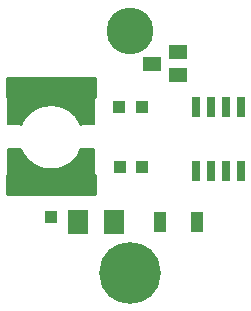
<source format=gts>
G75*
%MOIN*%
%OFA0B0*%
%FSLAX25Y25*%
%IPPOS*%
%LPD*%
%AMOC8*
5,1,8,0,0,1.08239X$1,22.5*
%
%ADD10C,0.01000*%
%ADD11R,0.05600X0.05600*%
%ADD12C,0.00500*%
%ADD13C,0.00160*%
%ADD14R,0.06112X0.04537*%
%ADD15R,0.04143X0.06899*%
%ADD16R,0.02765X0.06506*%
%ADD17R,0.06899X0.08080*%
%ADD18C,0.15600*%
%ADD19C,0.20600*%
%ADD20R,0.04362X0.04362*%
D10*
X0046125Y0039938D02*
X0046125Y0046187D01*
X0075188Y0046187D01*
X0075188Y0039938D01*
X0046125Y0039938D01*
X0046125Y0040442D02*
X0075188Y0040442D01*
X0075188Y0041440D02*
X0046125Y0041440D01*
X0046125Y0042439D02*
X0075188Y0042439D01*
X0075188Y0043437D02*
X0046125Y0043437D01*
X0046125Y0044436D02*
X0075188Y0044436D01*
X0075188Y0045434D02*
X0046125Y0045434D01*
X0046125Y0072438D02*
X0046125Y0078688D01*
X0075188Y0078688D01*
X0075188Y0072438D01*
X0046125Y0072438D01*
X0046125Y0073393D02*
X0075188Y0073393D01*
X0075188Y0074391D02*
X0046125Y0074391D01*
X0046125Y0075390D02*
X0075188Y0075390D01*
X0075188Y0076388D02*
X0046125Y0076388D01*
X0046125Y0077387D02*
X0075188Y0077387D01*
X0075188Y0078385D02*
X0046125Y0078385D01*
D11*
X0072311Y0070811D03*
X0072311Y0047189D03*
D12*
X0074870Y0047363D02*
X0046130Y0047363D01*
X0046130Y0046865D02*
X0074870Y0046865D01*
X0074870Y0046366D02*
X0046130Y0046366D01*
X0046130Y0045868D02*
X0074870Y0045868D01*
X0074870Y0045369D02*
X0046130Y0045369D01*
X0046130Y0044870D02*
X0074870Y0044870D01*
X0074870Y0044630D02*
X0074870Y0054866D01*
X0070343Y0054866D01*
X0070021Y0053583D01*
X0069493Y0052371D01*
X0068773Y0051261D01*
X0067881Y0050284D01*
X0066841Y0049467D01*
X0065681Y0048832D01*
X0064432Y0048396D01*
X0063129Y0048170D01*
X0061806Y0048162D01*
X0060500Y0048370D01*
X0059201Y0048209D01*
X0057894Y0048253D01*
X0056609Y0048501D01*
X0055379Y0048947D01*
X0054233Y0049580D01*
X0053201Y0050384D01*
X0052308Y0051340D01*
X0051574Y0052424D01*
X0051020Y0053609D01*
X0050657Y0054866D01*
X0046130Y0054866D01*
X0046130Y0044630D01*
X0074870Y0044630D01*
X0074870Y0047862D02*
X0046130Y0047862D01*
X0046130Y0048360D02*
X0057338Y0048360D01*
X0055622Y0048859D02*
X0046130Y0048859D01*
X0046130Y0049357D02*
X0054636Y0049357D01*
X0053879Y0049856D02*
X0046130Y0049856D01*
X0046130Y0050354D02*
X0053239Y0050354D01*
X0052763Y0050853D02*
X0046130Y0050853D01*
X0046130Y0051351D02*
X0052300Y0051351D01*
X0051963Y0051850D02*
X0046130Y0051850D01*
X0046130Y0052348D02*
X0051625Y0052348D01*
X0051376Y0052847D02*
X0046130Y0052847D01*
X0046130Y0053345D02*
X0051143Y0053345D01*
X0050952Y0053844D02*
X0046130Y0053844D01*
X0046130Y0054342D02*
X0050808Y0054342D01*
X0050665Y0054841D02*
X0046130Y0054841D01*
X0046130Y0063134D02*
X0046130Y0073370D01*
X0074870Y0073370D01*
X0074870Y0063134D01*
X0070343Y0063134D01*
X0069980Y0064391D01*
X0069426Y0065576D01*
X0068692Y0066660D01*
X0067799Y0067616D01*
X0066767Y0068420D01*
X0065621Y0069053D01*
X0064391Y0069499D01*
X0063106Y0069747D01*
X0061799Y0069791D01*
X0060500Y0069630D01*
X0059194Y0069838D01*
X0057871Y0069830D01*
X0056568Y0069604D01*
X0055319Y0069168D01*
X0054159Y0068533D01*
X0053119Y0067716D01*
X0052227Y0066739D01*
X0051507Y0065629D01*
X0050979Y0064417D01*
X0050657Y0063134D01*
X0046130Y0063134D01*
X0046130Y0063315D02*
X0050703Y0063315D01*
X0050828Y0063814D02*
X0046130Y0063814D01*
X0046130Y0064312D02*
X0050953Y0064312D01*
X0051151Y0064811D02*
X0046130Y0064811D01*
X0046130Y0065309D02*
X0051368Y0065309D01*
X0051623Y0065808D02*
X0046130Y0065808D01*
X0046130Y0066306D02*
X0051947Y0066306D01*
X0052287Y0066805D02*
X0046130Y0066805D01*
X0046130Y0067303D02*
X0052743Y0067303D01*
X0053229Y0067802D02*
X0046130Y0067802D01*
X0046130Y0068301D02*
X0053864Y0068301D01*
X0054646Y0068799D02*
X0046130Y0068799D01*
X0046130Y0069298D02*
X0055691Y0069298D01*
X0057677Y0069796D02*
X0046130Y0069796D01*
X0046130Y0070295D02*
X0074870Y0070295D01*
X0074870Y0070793D02*
X0046130Y0070793D01*
X0046130Y0071292D02*
X0074870Y0071292D01*
X0074870Y0071790D02*
X0046130Y0071790D01*
X0046130Y0072289D02*
X0074870Y0072289D01*
X0074870Y0072787D02*
X0046130Y0072787D01*
X0046130Y0073286D02*
X0074870Y0073286D01*
X0074870Y0069796D02*
X0059459Y0069796D01*
X0064947Y0069298D02*
X0074870Y0069298D01*
X0074870Y0068799D02*
X0066081Y0068799D01*
X0066920Y0068301D02*
X0074870Y0068301D01*
X0074870Y0067802D02*
X0067560Y0067802D01*
X0068091Y0067303D02*
X0074870Y0067303D01*
X0074870Y0066805D02*
X0068557Y0066805D01*
X0068932Y0066306D02*
X0074870Y0066306D01*
X0074870Y0065808D02*
X0069269Y0065808D01*
X0069551Y0065309D02*
X0074870Y0065309D01*
X0074870Y0064811D02*
X0069784Y0064811D01*
X0070003Y0064312D02*
X0074870Y0064312D01*
X0074870Y0063814D02*
X0070147Y0063814D01*
X0070290Y0063315D02*
X0074870Y0063315D01*
X0074870Y0054841D02*
X0070336Y0054841D01*
X0070211Y0054342D02*
X0074870Y0054342D01*
X0074870Y0053844D02*
X0070086Y0053844D01*
X0069917Y0053345D02*
X0074870Y0053345D01*
X0074870Y0052847D02*
X0069700Y0052847D01*
X0069478Y0052348D02*
X0074870Y0052348D01*
X0074870Y0051850D02*
X0069155Y0051850D01*
X0068831Y0051351D02*
X0074870Y0051351D01*
X0074870Y0050853D02*
X0068400Y0050853D01*
X0067944Y0050354D02*
X0074870Y0050354D01*
X0074870Y0049856D02*
X0067335Y0049856D01*
X0066639Y0049357D02*
X0074870Y0049357D01*
X0074870Y0048859D02*
X0065729Y0048859D01*
X0064225Y0048360D02*
X0074870Y0048360D01*
X0060563Y0048360D02*
X0060419Y0048360D01*
D13*
X0071604Y0063643D02*
X0070277Y0063085D01*
X0070172Y0063323D01*
X0070060Y0063558D01*
X0069944Y0063790D01*
X0069821Y0064019D01*
X0069693Y0064245D01*
X0069559Y0064468D01*
X0069420Y0064688D01*
X0069276Y0064904D01*
X0069126Y0065117D01*
X0068972Y0065326D01*
X0068812Y0065531D01*
X0068647Y0065732D01*
X0068478Y0065929D01*
X0068304Y0066122D01*
X0068125Y0066310D01*
X0067941Y0066494D01*
X0067753Y0066674D01*
X0067561Y0066849D01*
X0067364Y0067019D01*
X0067164Y0067184D01*
X0066959Y0067345D01*
X0066751Y0067500D01*
X0066539Y0067650D01*
X0066323Y0067796D01*
X0066104Y0067935D01*
X0065882Y0068070D01*
X0065656Y0068198D01*
X0065427Y0068322D01*
X0065195Y0068440D01*
X0064961Y0068552D01*
X0064724Y0068658D01*
X0064484Y0068758D01*
X0064242Y0068853D01*
X0063997Y0068942D01*
X0063751Y0069024D01*
X0063503Y0069101D01*
X0063252Y0069171D01*
X0063001Y0069236D01*
X0062747Y0069294D01*
X0062493Y0069346D01*
X0062237Y0069392D01*
X0061980Y0069432D01*
X0061722Y0069465D01*
X0061463Y0069492D01*
X0061204Y0069513D01*
X0060945Y0069527D01*
X0060685Y0069535D01*
X0060425Y0069537D01*
X0060165Y0069532D01*
X0059906Y0069521D01*
X0059646Y0069504D01*
X0059387Y0069480D01*
X0059129Y0069450D01*
X0058872Y0069414D01*
X0058615Y0069372D01*
X0058360Y0069323D01*
X0058106Y0069268D01*
X0057853Y0069207D01*
X0057602Y0069140D01*
X0057353Y0069066D01*
X0057105Y0068987D01*
X0056860Y0068901D01*
X0056617Y0068810D01*
X0056375Y0068713D01*
X0056137Y0068610D01*
X0055901Y0068501D01*
X0055668Y0068386D01*
X0055437Y0068266D01*
X0055210Y0068140D01*
X0054986Y0068008D01*
X0054765Y0067872D01*
X0054547Y0067729D01*
X0054333Y0067582D01*
X0054123Y0067429D01*
X0053916Y0067272D01*
X0053713Y0067109D01*
X0053515Y0066941D01*
X0053320Y0066769D01*
X0053130Y0066592D01*
X0052944Y0066410D01*
X0052762Y0066224D01*
X0052586Y0066033D01*
X0052413Y0065839D01*
X0052246Y0065640D01*
X0052084Y0065437D01*
X0051926Y0065230D01*
X0051774Y0065019D01*
X0051627Y0064805D01*
X0051485Y0064587D01*
X0051349Y0064366D01*
X0051217Y0064142D01*
X0051092Y0063914D01*
X0050972Y0063683D01*
X0050858Y0063450D01*
X0050749Y0063214D01*
X0050646Y0062975D01*
X0049313Y0063518D01*
X0049429Y0063790D01*
X0049552Y0064058D01*
X0049682Y0064323D01*
X0049818Y0064585D01*
X0049960Y0064844D01*
X0050109Y0065099D01*
X0050264Y0065351D01*
X0050425Y0065598D01*
X0050592Y0065842D01*
X0050765Y0066081D01*
X0050943Y0066316D01*
X0051128Y0066547D01*
X0051318Y0066773D01*
X0051513Y0066994D01*
X0051714Y0067211D01*
X0051920Y0067422D01*
X0052131Y0067629D01*
X0052347Y0067830D01*
X0052568Y0068026D01*
X0052793Y0068217D01*
X0053023Y0068402D01*
X0053258Y0068581D01*
X0053497Y0068754D01*
X0053740Y0068922D01*
X0053987Y0069084D01*
X0054238Y0069239D01*
X0054493Y0069389D01*
X0054751Y0069532D01*
X0055013Y0069669D01*
X0055278Y0069799D01*
X0055546Y0069923D01*
X0055817Y0070040D01*
X0056091Y0070151D01*
X0056367Y0070255D01*
X0056646Y0070352D01*
X0056927Y0070442D01*
X0057210Y0070525D01*
X0057495Y0070602D01*
X0057782Y0070671D01*
X0058071Y0070734D01*
X0058361Y0070789D01*
X0058652Y0070837D01*
X0058945Y0070879D01*
X0059238Y0070913D01*
X0059532Y0070939D01*
X0059827Y0070959D01*
X0060122Y0070972D01*
X0060417Y0070977D01*
X0060712Y0070975D01*
X0061007Y0070966D01*
X0061302Y0070949D01*
X0061597Y0070926D01*
X0061890Y0070895D01*
X0062183Y0070857D01*
X0062475Y0070812D01*
X0062766Y0070760D01*
X0063055Y0070701D01*
X0063343Y0070635D01*
X0063629Y0070561D01*
X0063913Y0070481D01*
X0064195Y0070394D01*
X0064475Y0070300D01*
X0064752Y0070199D01*
X0065027Y0070092D01*
X0065300Y0069978D01*
X0065569Y0069857D01*
X0065836Y0069729D01*
X0066099Y0069596D01*
X0066359Y0069455D01*
X0066615Y0069309D01*
X0066868Y0069156D01*
X0067117Y0068997D01*
X0067362Y0068832D01*
X0067602Y0068662D01*
X0067839Y0068485D01*
X0068071Y0068303D01*
X0068299Y0068115D01*
X0068522Y0067921D01*
X0068740Y0067722D01*
X0068954Y0067518D01*
X0069162Y0067309D01*
X0069365Y0067095D01*
X0069563Y0066875D01*
X0069755Y0066651D01*
X0069942Y0066423D01*
X0070124Y0066190D01*
X0070299Y0065952D01*
X0070469Y0065711D01*
X0070633Y0065465D01*
X0070790Y0065215D01*
X0070942Y0064962D01*
X0071087Y0064705D01*
X0071226Y0064444D01*
X0071359Y0064181D01*
X0071485Y0063914D01*
X0071605Y0063644D01*
X0071465Y0063585D01*
X0071347Y0063852D01*
X0071223Y0064115D01*
X0071092Y0064376D01*
X0070954Y0064633D01*
X0070811Y0064887D01*
X0070661Y0065137D01*
X0070506Y0065384D01*
X0070344Y0065626D01*
X0070176Y0065865D01*
X0070003Y0066099D01*
X0069824Y0066329D01*
X0069639Y0066555D01*
X0069449Y0066776D01*
X0069254Y0066993D01*
X0069053Y0067204D01*
X0068848Y0067411D01*
X0068637Y0067612D01*
X0068421Y0067809D01*
X0068201Y0068000D01*
X0067976Y0068185D01*
X0067747Y0068365D01*
X0067513Y0068540D01*
X0067275Y0068708D01*
X0067033Y0068871D01*
X0066788Y0069028D01*
X0066538Y0069179D01*
X0066285Y0069324D01*
X0066028Y0069462D01*
X0065768Y0069594D01*
X0065505Y0069720D01*
X0065239Y0069839D01*
X0064970Y0069952D01*
X0064699Y0070058D01*
X0064425Y0070158D01*
X0064148Y0070250D01*
X0063870Y0070336D01*
X0063589Y0070416D01*
X0063307Y0070488D01*
X0063023Y0070553D01*
X0062737Y0070612D01*
X0062450Y0070663D01*
X0062162Y0070708D01*
X0061873Y0070745D01*
X0061583Y0070775D01*
X0061292Y0070799D01*
X0061001Y0070815D01*
X0060709Y0070824D01*
X0060418Y0070826D01*
X0060126Y0070821D01*
X0059835Y0070808D01*
X0059544Y0070789D01*
X0059254Y0070762D01*
X0058964Y0070729D01*
X0058675Y0070688D01*
X0058388Y0070640D01*
X0058101Y0070586D01*
X0057816Y0070524D01*
X0057533Y0070456D01*
X0057251Y0070380D01*
X0056972Y0070298D01*
X0056694Y0070209D01*
X0056419Y0070113D01*
X0056146Y0070010D01*
X0055875Y0069901D01*
X0055608Y0069785D01*
X0055343Y0069663D01*
X0055082Y0069534D01*
X0054823Y0069399D01*
X0054568Y0069258D01*
X0054317Y0069110D01*
X0054069Y0068957D01*
X0053825Y0068797D01*
X0053585Y0068632D01*
X0053349Y0068460D01*
X0053117Y0068283D01*
X0052890Y0068101D01*
X0052667Y0067912D01*
X0052449Y0067719D01*
X0052236Y0067520D01*
X0052027Y0067316D01*
X0051824Y0067107D01*
X0051626Y0066894D01*
X0051433Y0066675D01*
X0051245Y0066452D01*
X0051063Y0066224D01*
X0050887Y0065992D01*
X0050716Y0065755D01*
X0050551Y0065515D01*
X0050392Y0065271D01*
X0050239Y0065022D01*
X0050092Y0064770D01*
X0049952Y0064515D01*
X0049817Y0064256D01*
X0049689Y0063994D01*
X0049568Y0063729D01*
X0049452Y0063461D01*
X0049592Y0063404D01*
X0049706Y0063669D01*
X0049826Y0063931D01*
X0049952Y0064189D01*
X0050085Y0064445D01*
X0050224Y0064697D01*
X0050369Y0064945D01*
X0050520Y0065190D01*
X0050677Y0065432D01*
X0050840Y0065669D01*
X0051008Y0065903D01*
X0051183Y0066132D01*
X0051362Y0066357D01*
X0051548Y0066577D01*
X0051738Y0066793D01*
X0051934Y0067004D01*
X0052135Y0067210D01*
X0052340Y0067411D01*
X0052551Y0067608D01*
X0052766Y0067799D01*
X0052986Y0067984D01*
X0053211Y0068165D01*
X0053439Y0068339D01*
X0053672Y0068509D01*
X0053909Y0068672D01*
X0054150Y0068830D01*
X0054395Y0068981D01*
X0054643Y0069127D01*
X0054895Y0069266D01*
X0055150Y0069400D01*
X0055408Y0069527D01*
X0055670Y0069647D01*
X0055934Y0069762D01*
X0056201Y0069869D01*
X0056470Y0069971D01*
X0056742Y0070065D01*
X0057016Y0070153D01*
X0057292Y0070235D01*
X0057571Y0070309D01*
X0057850Y0070377D01*
X0058132Y0070438D01*
X0058414Y0070492D01*
X0058698Y0070539D01*
X0058983Y0070579D01*
X0059269Y0070612D01*
X0059556Y0070638D01*
X0059843Y0070658D01*
X0060131Y0070670D01*
X0060419Y0070675D01*
X0060707Y0070673D01*
X0060994Y0070664D01*
X0061282Y0070648D01*
X0061569Y0070625D01*
X0061855Y0070595D01*
X0062140Y0070558D01*
X0062425Y0070514D01*
X0062708Y0070464D01*
X0062990Y0070406D01*
X0063271Y0070341D01*
X0063550Y0070270D01*
X0063827Y0070192D01*
X0064102Y0070107D01*
X0064375Y0070015D01*
X0064645Y0069917D01*
X0064913Y0069812D01*
X0065179Y0069701D01*
X0065442Y0069583D01*
X0065701Y0069459D01*
X0065958Y0069328D01*
X0066211Y0069192D01*
X0066461Y0069049D01*
X0066708Y0068900D01*
X0066950Y0068745D01*
X0067189Y0068585D01*
X0067424Y0068418D01*
X0067655Y0068246D01*
X0067881Y0068068D01*
X0068103Y0067885D01*
X0068321Y0067696D01*
X0068533Y0067502D01*
X0068741Y0067303D01*
X0068944Y0067099D01*
X0069143Y0066891D01*
X0069335Y0066677D01*
X0069523Y0066459D01*
X0069705Y0066236D01*
X0069882Y0066009D01*
X0070053Y0065777D01*
X0070219Y0065542D01*
X0070378Y0065302D01*
X0070532Y0065059D01*
X0070680Y0064812D01*
X0070822Y0064561D01*
X0070957Y0064307D01*
X0071087Y0064050D01*
X0071210Y0063790D01*
X0071326Y0063527D01*
X0071187Y0063468D01*
X0071072Y0063728D01*
X0070950Y0063985D01*
X0070823Y0064239D01*
X0070689Y0064489D01*
X0070549Y0064737D01*
X0070403Y0064980D01*
X0070251Y0065221D01*
X0070094Y0065457D01*
X0069930Y0065690D01*
X0069761Y0065918D01*
X0069587Y0066142D01*
X0069407Y0066362D01*
X0069222Y0066578D01*
X0069031Y0066789D01*
X0068836Y0066995D01*
X0068635Y0067196D01*
X0068430Y0067392D01*
X0068220Y0067584D01*
X0068005Y0067770D01*
X0067786Y0067951D01*
X0067562Y0068126D01*
X0067335Y0068296D01*
X0067103Y0068461D01*
X0066867Y0068619D01*
X0066627Y0068772D01*
X0066384Y0068919D01*
X0066138Y0069060D01*
X0065887Y0069195D01*
X0065634Y0069324D01*
X0065378Y0069446D01*
X0065118Y0069562D01*
X0064856Y0069672D01*
X0064592Y0069776D01*
X0064325Y0069873D01*
X0064055Y0069963D01*
X0063784Y0070047D01*
X0063510Y0070124D01*
X0063235Y0070195D01*
X0062958Y0070258D01*
X0062680Y0070315D01*
X0062400Y0070365D01*
X0062119Y0070409D01*
X0061837Y0070445D01*
X0061555Y0070475D01*
X0061271Y0070497D01*
X0060988Y0070513D01*
X0060704Y0070522D01*
X0060420Y0070524D01*
X0060135Y0070519D01*
X0059852Y0070507D01*
X0059568Y0070488D01*
X0059285Y0070462D01*
X0059003Y0070429D01*
X0058721Y0070390D01*
X0058441Y0070343D01*
X0058162Y0070290D01*
X0057884Y0070230D01*
X0057608Y0070163D01*
X0057334Y0070089D01*
X0057061Y0070009D01*
X0056790Y0069922D01*
X0056522Y0069829D01*
X0056256Y0069729D01*
X0055993Y0069622D01*
X0055732Y0069510D01*
X0055474Y0069391D01*
X0055219Y0069265D01*
X0054967Y0069134D01*
X0054718Y0068996D01*
X0054473Y0068852D01*
X0054232Y0068702D01*
X0053994Y0068547D01*
X0053760Y0068386D01*
X0053530Y0068219D01*
X0053304Y0068046D01*
X0053083Y0067868D01*
X0052866Y0067685D01*
X0052653Y0067496D01*
X0052445Y0067303D01*
X0052242Y0067104D01*
X0052044Y0066900D01*
X0051850Y0066692D01*
X0051662Y0066479D01*
X0051480Y0066261D01*
X0051302Y0066040D01*
X0051130Y0065813D01*
X0050964Y0065583D01*
X0050803Y0065349D01*
X0050648Y0065110D01*
X0050499Y0064869D01*
X0050356Y0064623D01*
X0050219Y0064374D01*
X0050088Y0064122D01*
X0049963Y0063867D01*
X0049844Y0063609D01*
X0049732Y0063347D01*
X0049872Y0063290D01*
X0049983Y0063548D01*
X0050100Y0063803D01*
X0050223Y0064055D01*
X0050352Y0064304D01*
X0050488Y0064549D01*
X0050629Y0064792D01*
X0050776Y0065030D01*
X0050929Y0065265D01*
X0051088Y0065497D01*
X0051252Y0065724D01*
X0051422Y0065947D01*
X0051597Y0066166D01*
X0051777Y0066381D01*
X0051963Y0066591D01*
X0052154Y0066797D01*
X0052349Y0066998D01*
X0052550Y0067194D01*
X0052755Y0067385D01*
X0052965Y0067571D01*
X0053179Y0067752D01*
X0053398Y0067928D01*
X0053621Y0068098D01*
X0053848Y0068263D01*
X0054079Y0068422D01*
X0054313Y0068575D01*
X0054552Y0068723D01*
X0054794Y0068865D01*
X0055039Y0069001D01*
X0055288Y0069131D01*
X0055539Y0069254D01*
X0055794Y0069372D01*
X0056051Y0069483D01*
X0056311Y0069588D01*
X0056574Y0069687D01*
X0056839Y0069779D01*
X0057106Y0069865D01*
X0057375Y0069944D01*
X0057646Y0070017D01*
X0057918Y0070083D01*
X0058192Y0070142D01*
X0058468Y0070195D01*
X0058744Y0070240D01*
X0059022Y0070280D01*
X0059301Y0070312D01*
X0059580Y0070337D01*
X0059860Y0070356D01*
X0060140Y0070368D01*
X0060420Y0070373D01*
X0060701Y0070371D01*
X0060981Y0070362D01*
X0061261Y0070347D01*
X0061541Y0070324D01*
X0061820Y0070295D01*
X0062098Y0070259D01*
X0062375Y0070217D01*
X0062651Y0070167D01*
X0062926Y0070111D01*
X0063199Y0070048D01*
X0063471Y0069978D01*
X0063741Y0069902D01*
X0064009Y0069819D01*
X0064275Y0069730D01*
X0064538Y0069635D01*
X0064799Y0069532D01*
X0065058Y0069424D01*
X0065314Y0069309D01*
X0065567Y0069188D01*
X0065817Y0069061D01*
X0066064Y0068928D01*
X0066307Y0068789D01*
X0066547Y0068644D01*
X0066784Y0068493D01*
X0067017Y0068337D01*
X0067245Y0068174D01*
X0067470Y0068007D01*
X0067691Y0067834D01*
X0067907Y0067655D01*
X0068119Y0067471D01*
X0068326Y0067283D01*
X0068529Y0067089D01*
X0068727Y0066890D01*
X0068920Y0066687D01*
X0069108Y0066478D01*
X0069291Y0066266D01*
X0069468Y0066049D01*
X0069641Y0065827D01*
X0069807Y0065602D01*
X0069969Y0065372D01*
X0070124Y0065139D01*
X0070274Y0064902D01*
X0070418Y0064661D01*
X0070556Y0064417D01*
X0070688Y0064170D01*
X0070814Y0063919D01*
X0070934Y0063666D01*
X0071048Y0063409D01*
X0070909Y0063351D01*
X0070796Y0063604D01*
X0070678Y0063854D01*
X0070554Y0064101D01*
X0070423Y0064345D01*
X0070287Y0064586D01*
X0070145Y0064824D01*
X0069997Y0065058D01*
X0069843Y0065288D01*
X0069684Y0065514D01*
X0069520Y0065737D01*
X0069350Y0065955D01*
X0069174Y0066169D01*
X0068994Y0066379D01*
X0068809Y0066585D01*
X0068618Y0066785D01*
X0068423Y0066981D01*
X0068223Y0067173D01*
X0068018Y0067359D01*
X0067809Y0067540D01*
X0067596Y0067716D01*
X0067378Y0067887D01*
X0067156Y0068053D01*
X0066930Y0068213D01*
X0066701Y0068367D01*
X0066467Y0068516D01*
X0066230Y0068659D01*
X0065990Y0068796D01*
X0065747Y0068928D01*
X0065500Y0069053D01*
X0065250Y0069172D01*
X0064998Y0069286D01*
X0064742Y0069393D01*
X0064485Y0069493D01*
X0064225Y0069588D01*
X0063962Y0069676D01*
X0063698Y0069757D01*
X0063431Y0069833D01*
X0063163Y0069901D01*
X0062894Y0069963D01*
X0062622Y0070019D01*
X0062350Y0070068D01*
X0062077Y0070110D01*
X0061802Y0070145D01*
X0061527Y0070174D01*
X0061251Y0070196D01*
X0060975Y0070211D01*
X0060698Y0070220D01*
X0060421Y0070222D01*
X0060145Y0070217D01*
X0059868Y0070205D01*
X0059592Y0070187D01*
X0059316Y0070162D01*
X0059041Y0070130D01*
X0058767Y0070091D01*
X0058494Y0070046D01*
X0058223Y0069994D01*
X0057952Y0069936D01*
X0057683Y0069870D01*
X0057416Y0069799D01*
X0057150Y0069721D01*
X0056887Y0069636D01*
X0056625Y0069545D01*
X0056366Y0069448D01*
X0056110Y0069344D01*
X0055856Y0069234D01*
X0055605Y0069118D01*
X0055356Y0068996D01*
X0055111Y0068868D01*
X0054869Y0068734D01*
X0054630Y0068594D01*
X0054395Y0068448D01*
X0054163Y0068297D01*
X0053935Y0068140D01*
X0053711Y0067977D01*
X0053491Y0067809D01*
X0053276Y0067636D01*
X0053064Y0067457D01*
X0052857Y0067274D01*
X0052655Y0067085D01*
X0052457Y0066892D01*
X0052264Y0066693D01*
X0052075Y0066491D01*
X0051892Y0066283D01*
X0051714Y0066071D01*
X0051541Y0065855D01*
X0051374Y0065635D01*
X0051212Y0065410D01*
X0051055Y0065182D01*
X0050904Y0064950D01*
X0050759Y0064715D01*
X0050619Y0064476D01*
X0050486Y0064233D01*
X0050358Y0063988D01*
X0050237Y0063739D01*
X0050121Y0063488D01*
X0050012Y0063234D01*
X0050152Y0063177D01*
X0050260Y0063427D01*
X0050374Y0063675D01*
X0050494Y0063921D01*
X0050619Y0064163D01*
X0050751Y0064402D01*
X0050889Y0064638D01*
X0051032Y0064870D01*
X0051181Y0065099D01*
X0051336Y0065324D01*
X0051496Y0065546D01*
X0051661Y0065763D01*
X0051831Y0065976D01*
X0052007Y0066185D01*
X0052188Y0066390D01*
X0052374Y0066590D01*
X0052564Y0066786D01*
X0052759Y0066976D01*
X0052959Y0067162D01*
X0053163Y0067344D01*
X0053372Y0067520D01*
X0053585Y0067691D01*
X0053802Y0067856D01*
X0054023Y0068017D01*
X0054248Y0068172D01*
X0054476Y0068321D01*
X0054708Y0068465D01*
X0054944Y0068603D01*
X0055183Y0068735D01*
X0055425Y0068862D01*
X0055670Y0068982D01*
X0055918Y0069097D01*
X0056168Y0069205D01*
X0056422Y0069307D01*
X0056677Y0069403D01*
X0056935Y0069493D01*
X0057195Y0069576D01*
X0057457Y0069654D01*
X0057721Y0069724D01*
X0057986Y0069788D01*
X0058253Y0069846D01*
X0058521Y0069897D01*
X0058790Y0069942D01*
X0059061Y0069980D01*
X0059332Y0070011D01*
X0059604Y0070036D01*
X0059876Y0070054D01*
X0060149Y0070066D01*
X0060422Y0070071D01*
X0060695Y0070069D01*
X0060968Y0070061D01*
X0061241Y0070045D01*
X0061513Y0070024D01*
X0061784Y0069995D01*
X0062055Y0069960D01*
X0062325Y0069919D01*
X0062594Y0069871D01*
X0062861Y0069816D01*
X0063127Y0069755D01*
X0063392Y0069687D01*
X0063655Y0069613D01*
X0063916Y0069532D01*
X0064174Y0069445D01*
X0064431Y0069352D01*
X0064685Y0069253D01*
X0064937Y0069147D01*
X0065186Y0069036D01*
X0065433Y0068918D01*
X0065676Y0068794D01*
X0065916Y0068665D01*
X0066154Y0068529D01*
X0066387Y0068388D01*
X0066617Y0068241D01*
X0066844Y0068089D01*
X0067067Y0067931D01*
X0067286Y0067768D01*
X0067500Y0067599D01*
X0067711Y0067425D01*
X0067917Y0067247D01*
X0068119Y0067063D01*
X0068317Y0066874D01*
X0068509Y0066681D01*
X0068697Y0066482D01*
X0068880Y0066280D01*
X0069058Y0066073D01*
X0069231Y0065862D01*
X0069399Y0065646D01*
X0069561Y0065427D01*
X0069718Y0065203D01*
X0069870Y0064976D01*
X0070016Y0064745D01*
X0070156Y0064511D01*
X0070291Y0064273D01*
X0070419Y0064033D01*
X0070542Y0063789D01*
X0070659Y0063542D01*
X0070769Y0063292D01*
X0070630Y0063234D01*
X0070521Y0063480D01*
X0070406Y0063723D01*
X0070285Y0063964D01*
X0070158Y0064202D01*
X0070025Y0064436D01*
X0069887Y0064667D01*
X0069743Y0064895D01*
X0069593Y0065119D01*
X0069438Y0065339D01*
X0069278Y0065556D01*
X0069113Y0065768D01*
X0068942Y0065976D01*
X0068766Y0066181D01*
X0068586Y0066380D01*
X0068401Y0066576D01*
X0068210Y0066767D01*
X0068016Y0066953D01*
X0067817Y0067134D01*
X0067613Y0067310D01*
X0067405Y0067482D01*
X0067193Y0067648D01*
X0066977Y0067809D01*
X0066758Y0067965D01*
X0066534Y0068115D01*
X0066307Y0068260D01*
X0066077Y0068399D01*
X0065843Y0068533D01*
X0065606Y0068661D01*
X0065366Y0068783D01*
X0065123Y0068899D01*
X0064877Y0069009D01*
X0064628Y0069113D01*
X0064378Y0069211D01*
X0064124Y0069303D01*
X0063869Y0069389D01*
X0063612Y0069468D01*
X0063352Y0069541D01*
X0063092Y0069608D01*
X0062829Y0069668D01*
X0062565Y0069722D01*
X0062300Y0069770D01*
X0062034Y0069811D01*
X0061767Y0069845D01*
X0061499Y0069873D01*
X0061230Y0069895D01*
X0060962Y0069910D01*
X0060692Y0069918D01*
X0060423Y0069920D01*
X0060154Y0069915D01*
X0059885Y0069904D01*
X0059616Y0069886D01*
X0059348Y0069861D01*
X0059080Y0069830D01*
X0058813Y0069793D01*
X0058548Y0069749D01*
X0058283Y0069698D01*
X0058020Y0069641D01*
X0057758Y0069578D01*
X0057498Y0069508D01*
X0057240Y0069432D01*
X0056983Y0069350D01*
X0056729Y0069261D01*
X0056477Y0069167D01*
X0056227Y0069066D01*
X0055980Y0068959D01*
X0055735Y0068846D01*
X0055493Y0068727D01*
X0055255Y0068602D01*
X0055019Y0068472D01*
X0054787Y0068336D01*
X0054558Y0068194D01*
X0054332Y0068047D01*
X0054111Y0067894D01*
X0053893Y0067736D01*
X0053679Y0067572D01*
X0053469Y0067404D01*
X0053263Y0067230D01*
X0053061Y0067051D01*
X0052864Y0066868D01*
X0052671Y0066679D01*
X0052484Y0066486D01*
X0052300Y0066289D01*
X0052122Y0066087D01*
X0051949Y0065881D01*
X0051780Y0065671D01*
X0051617Y0065456D01*
X0051460Y0065238D01*
X0051307Y0065016D01*
X0051160Y0064790D01*
X0051019Y0064561D01*
X0050883Y0064328D01*
X0050753Y0064093D01*
X0050629Y0063854D01*
X0050510Y0063612D01*
X0050398Y0063367D01*
X0050291Y0063120D01*
X0050431Y0063063D01*
X0050536Y0063307D01*
X0050647Y0063548D01*
X0050764Y0063786D01*
X0050887Y0064022D01*
X0051015Y0064255D01*
X0051149Y0064484D01*
X0051288Y0064710D01*
X0051433Y0064933D01*
X0051584Y0065152D01*
X0051739Y0065367D01*
X0051900Y0065578D01*
X0052066Y0065786D01*
X0052237Y0065989D01*
X0052413Y0066188D01*
X0052593Y0066383D01*
X0052779Y0066573D01*
X0052969Y0066759D01*
X0053163Y0066940D01*
X0053362Y0067116D01*
X0053565Y0067287D01*
X0053772Y0067454D01*
X0053983Y0067615D01*
X0054198Y0067771D01*
X0054417Y0067922D01*
X0054639Y0068067D01*
X0054865Y0068207D01*
X0055094Y0068341D01*
X0055327Y0068470D01*
X0055562Y0068593D01*
X0055801Y0068710D01*
X0056042Y0068821D01*
X0056285Y0068927D01*
X0056532Y0069026D01*
X0056780Y0069119D01*
X0057031Y0069207D01*
X0057284Y0069288D01*
X0057539Y0069363D01*
X0057796Y0069432D01*
X0058054Y0069494D01*
X0058313Y0069550D01*
X0058574Y0069600D01*
X0058836Y0069643D01*
X0059099Y0069680D01*
X0059363Y0069711D01*
X0059628Y0069735D01*
X0059893Y0069753D01*
X0060158Y0069764D01*
X0060424Y0069769D01*
X0060689Y0069767D01*
X0060955Y0069759D01*
X0061220Y0069744D01*
X0061485Y0069723D01*
X0061749Y0069695D01*
X0062013Y0069661D01*
X0062275Y0069621D01*
X0062537Y0069574D01*
X0062797Y0069521D01*
X0063056Y0069461D01*
X0063313Y0069395D01*
X0063569Y0069323D01*
X0063822Y0069245D01*
X0064074Y0069160D01*
X0064324Y0069070D01*
X0064571Y0068973D01*
X0064816Y0068870D01*
X0065059Y0068762D01*
X0065298Y0068647D01*
X0065535Y0068527D01*
X0065769Y0068401D01*
X0066000Y0068269D01*
X0066227Y0068132D01*
X0066451Y0067989D01*
X0066671Y0067841D01*
X0066888Y0067687D01*
X0067101Y0067529D01*
X0067310Y0067365D01*
X0067515Y0067196D01*
X0067716Y0067022D01*
X0067912Y0066843D01*
X0068104Y0066659D01*
X0068292Y0066471D01*
X0068475Y0066278D01*
X0068653Y0066081D01*
X0068826Y0065880D01*
X0068994Y0065674D01*
X0069157Y0065465D01*
X0069315Y0065251D01*
X0069468Y0065034D01*
X0069616Y0064813D01*
X0069758Y0064589D01*
X0069894Y0064361D01*
X0070025Y0064130D01*
X0070150Y0063895D01*
X0070270Y0063658D01*
X0070383Y0063418D01*
X0070491Y0063175D01*
X0070352Y0063117D01*
X0070246Y0063356D01*
X0070134Y0063593D01*
X0070016Y0063827D01*
X0069892Y0064058D01*
X0069763Y0064286D01*
X0069629Y0064510D01*
X0069488Y0064732D01*
X0069343Y0064950D01*
X0069192Y0065164D01*
X0069037Y0065374D01*
X0068876Y0065581D01*
X0068710Y0065784D01*
X0068539Y0065982D01*
X0068363Y0066176D01*
X0068183Y0066366D01*
X0067998Y0066552D01*
X0067809Y0066733D01*
X0067615Y0066909D01*
X0067417Y0067081D01*
X0067215Y0067247D01*
X0067009Y0067409D01*
X0066799Y0067566D01*
X0066585Y0067717D01*
X0066368Y0067863D01*
X0066147Y0068004D01*
X0065923Y0068139D01*
X0065695Y0068269D01*
X0065465Y0068393D01*
X0065231Y0068512D01*
X0064995Y0068625D01*
X0064756Y0068732D01*
X0064514Y0068833D01*
X0064270Y0068929D01*
X0064024Y0069018D01*
X0063776Y0069101D01*
X0063526Y0069179D01*
X0063274Y0069250D01*
X0063020Y0069315D01*
X0062765Y0069373D01*
X0062508Y0069426D01*
X0062250Y0069472D01*
X0061991Y0069512D01*
X0061731Y0069545D01*
X0061471Y0069573D01*
X0061210Y0069594D01*
X0060948Y0069608D01*
X0060687Y0069616D01*
X0060425Y0069618D01*
X0060163Y0069613D01*
X0059901Y0069602D01*
X0059640Y0069585D01*
X0059379Y0069561D01*
X0059119Y0069531D01*
X0058859Y0069494D01*
X0058601Y0069451D01*
X0058344Y0069402D01*
X0058088Y0069347D01*
X0057833Y0069285D01*
X0057580Y0069218D01*
X0057329Y0069144D01*
X0057079Y0069064D01*
X0056832Y0068978D01*
X0056587Y0068885D01*
X0056344Y0068787D01*
X0056104Y0068683D01*
X0055866Y0068574D01*
X0055631Y0068458D01*
X0055399Y0068337D01*
X0055169Y0068210D01*
X0054944Y0068078D01*
X0054721Y0067940D01*
X0054502Y0067796D01*
X0054286Y0067648D01*
X0054074Y0067494D01*
X0053866Y0067335D01*
X0053661Y0067171D01*
X0053461Y0067002D01*
X0053265Y0066829D01*
X0053074Y0066650D01*
X0052886Y0066467D01*
X0052703Y0066279D01*
X0052525Y0066087D01*
X0052352Y0065891D01*
X0052183Y0065691D01*
X0052020Y0065486D01*
X0051861Y0065278D01*
X0051708Y0065066D01*
X0051559Y0064850D01*
X0051416Y0064630D01*
X0051279Y0064407D01*
X0051147Y0064181D01*
X0051020Y0063952D01*
X0050899Y0063719D01*
X0050784Y0063484D01*
X0050675Y0063246D01*
X0050571Y0063006D01*
X0049396Y0054357D02*
X0050723Y0054915D01*
X0050828Y0054677D01*
X0050940Y0054442D01*
X0051056Y0054210D01*
X0051179Y0053981D01*
X0051307Y0053755D01*
X0051441Y0053532D01*
X0051580Y0053312D01*
X0051724Y0053096D01*
X0051874Y0052883D01*
X0052028Y0052674D01*
X0052188Y0052469D01*
X0052353Y0052268D01*
X0052522Y0052071D01*
X0052696Y0051878D01*
X0052875Y0051690D01*
X0053059Y0051506D01*
X0053247Y0051326D01*
X0053439Y0051151D01*
X0053636Y0050981D01*
X0053836Y0050816D01*
X0054041Y0050655D01*
X0054249Y0050500D01*
X0054461Y0050350D01*
X0054677Y0050204D01*
X0054896Y0050065D01*
X0055118Y0049930D01*
X0055344Y0049802D01*
X0055573Y0049678D01*
X0055805Y0049560D01*
X0056039Y0049448D01*
X0056276Y0049342D01*
X0056516Y0049242D01*
X0056758Y0049147D01*
X0057003Y0049058D01*
X0057249Y0048976D01*
X0057497Y0048899D01*
X0057748Y0048829D01*
X0057999Y0048764D01*
X0058253Y0048706D01*
X0058507Y0048654D01*
X0058763Y0048608D01*
X0059020Y0048568D01*
X0059278Y0048535D01*
X0059537Y0048508D01*
X0059796Y0048487D01*
X0060055Y0048473D01*
X0060315Y0048465D01*
X0060575Y0048463D01*
X0060835Y0048468D01*
X0061094Y0048479D01*
X0061354Y0048496D01*
X0061613Y0048520D01*
X0061871Y0048550D01*
X0062128Y0048586D01*
X0062385Y0048628D01*
X0062640Y0048677D01*
X0062894Y0048732D01*
X0063147Y0048793D01*
X0063398Y0048860D01*
X0063647Y0048934D01*
X0063895Y0049013D01*
X0064140Y0049099D01*
X0064383Y0049190D01*
X0064625Y0049287D01*
X0064863Y0049390D01*
X0065099Y0049499D01*
X0065332Y0049614D01*
X0065563Y0049734D01*
X0065790Y0049860D01*
X0066014Y0049992D01*
X0066235Y0050128D01*
X0066453Y0050271D01*
X0066667Y0050418D01*
X0066877Y0050571D01*
X0067084Y0050728D01*
X0067287Y0050891D01*
X0067485Y0051059D01*
X0067680Y0051231D01*
X0067870Y0051408D01*
X0068056Y0051590D01*
X0068238Y0051776D01*
X0068414Y0051967D01*
X0068587Y0052161D01*
X0068754Y0052360D01*
X0068916Y0052563D01*
X0069074Y0052770D01*
X0069226Y0052981D01*
X0069373Y0053195D01*
X0069515Y0053413D01*
X0069651Y0053634D01*
X0069783Y0053858D01*
X0069908Y0054086D01*
X0070028Y0054317D01*
X0070142Y0054550D01*
X0070251Y0054786D01*
X0070354Y0055025D01*
X0071687Y0054482D01*
X0071571Y0054210D01*
X0071448Y0053942D01*
X0071318Y0053677D01*
X0071182Y0053415D01*
X0071040Y0053156D01*
X0070891Y0052901D01*
X0070736Y0052649D01*
X0070575Y0052402D01*
X0070408Y0052158D01*
X0070235Y0051919D01*
X0070057Y0051684D01*
X0069872Y0051453D01*
X0069682Y0051227D01*
X0069487Y0051006D01*
X0069286Y0050789D01*
X0069080Y0050578D01*
X0068869Y0050371D01*
X0068653Y0050170D01*
X0068432Y0049974D01*
X0068207Y0049783D01*
X0067977Y0049598D01*
X0067742Y0049419D01*
X0067503Y0049246D01*
X0067260Y0049078D01*
X0067013Y0048916D01*
X0066762Y0048761D01*
X0066507Y0048611D01*
X0066249Y0048468D01*
X0065987Y0048331D01*
X0065722Y0048201D01*
X0065454Y0048077D01*
X0065183Y0047960D01*
X0064909Y0047849D01*
X0064633Y0047745D01*
X0064354Y0047648D01*
X0064073Y0047558D01*
X0063790Y0047475D01*
X0063505Y0047398D01*
X0063218Y0047329D01*
X0062929Y0047266D01*
X0062639Y0047211D01*
X0062348Y0047163D01*
X0062055Y0047121D01*
X0061762Y0047087D01*
X0061468Y0047061D01*
X0061173Y0047041D01*
X0060878Y0047028D01*
X0060583Y0047023D01*
X0060288Y0047025D01*
X0059993Y0047034D01*
X0059698Y0047051D01*
X0059403Y0047074D01*
X0059110Y0047105D01*
X0058817Y0047143D01*
X0058525Y0047188D01*
X0058234Y0047240D01*
X0057945Y0047299D01*
X0057657Y0047365D01*
X0057371Y0047439D01*
X0057087Y0047519D01*
X0056805Y0047606D01*
X0056525Y0047700D01*
X0056248Y0047801D01*
X0055973Y0047908D01*
X0055700Y0048022D01*
X0055431Y0048143D01*
X0055164Y0048271D01*
X0054901Y0048404D01*
X0054641Y0048545D01*
X0054385Y0048691D01*
X0054132Y0048844D01*
X0053883Y0049003D01*
X0053638Y0049168D01*
X0053398Y0049338D01*
X0053161Y0049515D01*
X0052929Y0049697D01*
X0052701Y0049885D01*
X0052478Y0050079D01*
X0052260Y0050278D01*
X0052046Y0050482D01*
X0051838Y0050691D01*
X0051635Y0050905D01*
X0051437Y0051125D01*
X0051245Y0051349D01*
X0051058Y0051577D01*
X0050876Y0051810D01*
X0050701Y0052048D01*
X0050531Y0052289D01*
X0050367Y0052535D01*
X0050210Y0052785D01*
X0050058Y0053038D01*
X0049913Y0053295D01*
X0049774Y0053556D01*
X0049641Y0053819D01*
X0049515Y0054086D01*
X0049395Y0054356D01*
X0049535Y0054415D01*
X0049653Y0054148D01*
X0049777Y0053885D01*
X0049908Y0053624D01*
X0050046Y0053367D01*
X0050189Y0053113D01*
X0050339Y0052863D01*
X0050494Y0052616D01*
X0050656Y0052374D01*
X0050824Y0052135D01*
X0050997Y0051901D01*
X0051176Y0051671D01*
X0051361Y0051445D01*
X0051551Y0051224D01*
X0051746Y0051007D01*
X0051947Y0050796D01*
X0052152Y0050589D01*
X0052363Y0050388D01*
X0052579Y0050191D01*
X0052799Y0050000D01*
X0053024Y0049815D01*
X0053253Y0049635D01*
X0053487Y0049460D01*
X0053725Y0049292D01*
X0053967Y0049129D01*
X0054212Y0048972D01*
X0054462Y0048821D01*
X0054715Y0048676D01*
X0054972Y0048538D01*
X0055232Y0048406D01*
X0055495Y0048280D01*
X0055761Y0048161D01*
X0056030Y0048048D01*
X0056301Y0047942D01*
X0056575Y0047842D01*
X0056852Y0047750D01*
X0057130Y0047664D01*
X0057411Y0047584D01*
X0057693Y0047512D01*
X0057977Y0047447D01*
X0058263Y0047388D01*
X0058550Y0047337D01*
X0058838Y0047292D01*
X0059127Y0047255D01*
X0059417Y0047225D01*
X0059708Y0047201D01*
X0059999Y0047185D01*
X0060291Y0047176D01*
X0060582Y0047174D01*
X0060874Y0047179D01*
X0061165Y0047192D01*
X0061456Y0047211D01*
X0061746Y0047238D01*
X0062036Y0047271D01*
X0062325Y0047312D01*
X0062612Y0047360D01*
X0062899Y0047414D01*
X0063184Y0047476D01*
X0063467Y0047544D01*
X0063749Y0047620D01*
X0064028Y0047702D01*
X0064306Y0047791D01*
X0064581Y0047887D01*
X0064854Y0047990D01*
X0065125Y0048099D01*
X0065392Y0048215D01*
X0065657Y0048337D01*
X0065918Y0048466D01*
X0066177Y0048601D01*
X0066432Y0048742D01*
X0066683Y0048890D01*
X0066931Y0049043D01*
X0067175Y0049203D01*
X0067415Y0049368D01*
X0067651Y0049540D01*
X0067883Y0049717D01*
X0068110Y0049899D01*
X0068333Y0050088D01*
X0068551Y0050281D01*
X0068764Y0050480D01*
X0068973Y0050684D01*
X0069176Y0050893D01*
X0069374Y0051106D01*
X0069567Y0051325D01*
X0069755Y0051548D01*
X0069937Y0051776D01*
X0070113Y0052008D01*
X0070284Y0052245D01*
X0070449Y0052485D01*
X0070608Y0052729D01*
X0070761Y0052978D01*
X0070908Y0053230D01*
X0071048Y0053485D01*
X0071183Y0053744D01*
X0071311Y0054006D01*
X0071432Y0054271D01*
X0071548Y0054539D01*
X0071408Y0054596D01*
X0071294Y0054331D01*
X0071174Y0054069D01*
X0071048Y0053811D01*
X0070915Y0053555D01*
X0070776Y0053303D01*
X0070631Y0053055D01*
X0070480Y0052810D01*
X0070323Y0052568D01*
X0070160Y0052331D01*
X0069992Y0052097D01*
X0069817Y0051868D01*
X0069638Y0051643D01*
X0069452Y0051423D01*
X0069262Y0051207D01*
X0069066Y0050996D01*
X0068865Y0050790D01*
X0068660Y0050589D01*
X0068449Y0050392D01*
X0068234Y0050201D01*
X0068014Y0050016D01*
X0067789Y0049835D01*
X0067561Y0049661D01*
X0067328Y0049491D01*
X0067091Y0049328D01*
X0066850Y0049170D01*
X0066605Y0049019D01*
X0066357Y0048873D01*
X0066105Y0048734D01*
X0065850Y0048600D01*
X0065592Y0048473D01*
X0065330Y0048353D01*
X0065066Y0048238D01*
X0064799Y0048131D01*
X0064530Y0048029D01*
X0064258Y0047935D01*
X0063984Y0047847D01*
X0063708Y0047765D01*
X0063429Y0047691D01*
X0063150Y0047623D01*
X0062868Y0047562D01*
X0062586Y0047508D01*
X0062302Y0047461D01*
X0062017Y0047421D01*
X0061731Y0047388D01*
X0061444Y0047362D01*
X0061157Y0047342D01*
X0060869Y0047330D01*
X0060581Y0047325D01*
X0060293Y0047327D01*
X0060006Y0047336D01*
X0059718Y0047352D01*
X0059431Y0047375D01*
X0059145Y0047405D01*
X0058860Y0047442D01*
X0058575Y0047486D01*
X0058292Y0047536D01*
X0058010Y0047594D01*
X0057729Y0047659D01*
X0057450Y0047730D01*
X0057173Y0047808D01*
X0056898Y0047893D01*
X0056625Y0047985D01*
X0056355Y0048083D01*
X0056087Y0048188D01*
X0055821Y0048299D01*
X0055558Y0048417D01*
X0055299Y0048541D01*
X0055042Y0048672D01*
X0054789Y0048808D01*
X0054539Y0048951D01*
X0054292Y0049100D01*
X0054050Y0049255D01*
X0053811Y0049415D01*
X0053576Y0049582D01*
X0053345Y0049754D01*
X0053119Y0049932D01*
X0052897Y0050115D01*
X0052679Y0050304D01*
X0052467Y0050498D01*
X0052259Y0050697D01*
X0052056Y0050901D01*
X0051857Y0051109D01*
X0051665Y0051323D01*
X0051477Y0051541D01*
X0051295Y0051764D01*
X0051118Y0051991D01*
X0050947Y0052223D01*
X0050781Y0052458D01*
X0050622Y0052698D01*
X0050468Y0052941D01*
X0050320Y0053188D01*
X0050178Y0053439D01*
X0050043Y0053693D01*
X0049913Y0053950D01*
X0049790Y0054210D01*
X0049674Y0054473D01*
X0049813Y0054532D01*
X0049928Y0054272D01*
X0050050Y0054015D01*
X0050177Y0053761D01*
X0050311Y0053511D01*
X0050451Y0053263D01*
X0050597Y0053020D01*
X0050749Y0052779D01*
X0050906Y0052543D01*
X0051070Y0052310D01*
X0051239Y0052082D01*
X0051413Y0051858D01*
X0051593Y0051638D01*
X0051778Y0051422D01*
X0051969Y0051211D01*
X0052164Y0051005D01*
X0052365Y0050804D01*
X0052570Y0050608D01*
X0052780Y0050416D01*
X0052995Y0050230D01*
X0053214Y0050049D01*
X0053438Y0049874D01*
X0053665Y0049704D01*
X0053897Y0049539D01*
X0054133Y0049381D01*
X0054373Y0049228D01*
X0054616Y0049081D01*
X0054862Y0048940D01*
X0055113Y0048805D01*
X0055366Y0048676D01*
X0055622Y0048554D01*
X0055882Y0048438D01*
X0056144Y0048328D01*
X0056408Y0048224D01*
X0056675Y0048127D01*
X0056945Y0048037D01*
X0057216Y0047953D01*
X0057490Y0047876D01*
X0057765Y0047805D01*
X0058042Y0047742D01*
X0058320Y0047685D01*
X0058600Y0047635D01*
X0058881Y0047591D01*
X0059163Y0047555D01*
X0059445Y0047525D01*
X0059729Y0047503D01*
X0060012Y0047487D01*
X0060296Y0047478D01*
X0060580Y0047476D01*
X0060865Y0047481D01*
X0061148Y0047493D01*
X0061432Y0047512D01*
X0061715Y0047538D01*
X0061997Y0047571D01*
X0062279Y0047610D01*
X0062559Y0047657D01*
X0062838Y0047710D01*
X0063116Y0047770D01*
X0063392Y0047837D01*
X0063666Y0047911D01*
X0063939Y0047991D01*
X0064210Y0048078D01*
X0064478Y0048171D01*
X0064744Y0048271D01*
X0065007Y0048378D01*
X0065268Y0048490D01*
X0065526Y0048609D01*
X0065781Y0048735D01*
X0066033Y0048866D01*
X0066282Y0049004D01*
X0066527Y0049148D01*
X0066768Y0049298D01*
X0067006Y0049453D01*
X0067240Y0049614D01*
X0067470Y0049781D01*
X0067696Y0049954D01*
X0067917Y0050132D01*
X0068134Y0050315D01*
X0068347Y0050504D01*
X0068555Y0050697D01*
X0068758Y0050896D01*
X0068956Y0051100D01*
X0069150Y0051308D01*
X0069338Y0051521D01*
X0069520Y0051739D01*
X0069698Y0051960D01*
X0069870Y0052187D01*
X0070036Y0052417D01*
X0070197Y0052651D01*
X0070352Y0052890D01*
X0070501Y0053131D01*
X0070644Y0053377D01*
X0070781Y0053626D01*
X0070912Y0053878D01*
X0071037Y0054133D01*
X0071156Y0054391D01*
X0071268Y0054653D01*
X0071128Y0054710D01*
X0071017Y0054452D01*
X0070900Y0054197D01*
X0070777Y0053945D01*
X0070648Y0053696D01*
X0070512Y0053451D01*
X0070371Y0053208D01*
X0070224Y0052970D01*
X0070071Y0052735D01*
X0069912Y0052503D01*
X0069748Y0052276D01*
X0069578Y0052053D01*
X0069403Y0051834D01*
X0069223Y0051619D01*
X0069037Y0051409D01*
X0068846Y0051203D01*
X0068651Y0051002D01*
X0068450Y0050806D01*
X0068245Y0050615D01*
X0068035Y0050429D01*
X0067821Y0050248D01*
X0067602Y0050072D01*
X0067379Y0049902D01*
X0067152Y0049737D01*
X0066921Y0049578D01*
X0066687Y0049425D01*
X0066448Y0049277D01*
X0066206Y0049135D01*
X0065961Y0048999D01*
X0065712Y0048869D01*
X0065461Y0048746D01*
X0065206Y0048628D01*
X0064949Y0048517D01*
X0064689Y0048412D01*
X0064426Y0048313D01*
X0064161Y0048221D01*
X0063894Y0048135D01*
X0063625Y0048056D01*
X0063354Y0047983D01*
X0063082Y0047917D01*
X0062808Y0047858D01*
X0062532Y0047805D01*
X0062256Y0047760D01*
X0061978Y0047720D01*
X0061699Y0047688D01*
X0061420Y0047663D01*
X0061140Y0047644D01*
X0060860Y0047632D01*
X0060580Y0047627D01*
X0060299Y0047629D01*
X0060019Y0047638D01*
X0059739Y0047653D01*
X0059459Y0047676D01*
X0059180Y0047705D01*
X0058902Y0047741D01*
X0058625Y0047783D01*
X0058349Y0047833D01*
X0058074Y0047889D01*
X0057801Y0047952D01*
X0057529Y0048022D01*
X0057259Y0048098D01*
X0056991Y0048181D01*
X0056725Y0048270D01*
X0056462Y0048365D01*
X0056201Y0048468D01*
X0055942Y0048576D01*
X0055686Y0048691D01*
X0055433Y0048812D01*
X0055183Y0048939D01*
X0054936Y0049072D01*
X0054693Y0049211D01*
X0054453Y0049356D01*
X0054216Y0049507D01*
X0053983Y0049663D01*
X0053755Y0049826D01*
X0053530Y0049993D01*
X0053309Y0050166D01*
X0053093Y0050345D01*
X0052881Y0050529D01*
X0052674Y0050717D01*
X0052471Y0050911D01*
X0052273Y0051110D01*
X0052080Y0051313D01*
X0051892Y0051522D01*
X0051709Y0051734D01*
X0051532Y0051951D01*
X0051359Y0052173D01*
X0051193Y0052398D01*
X0051031Y0052628D01*
X0050876Y0052861D01*
X0050726Y0053098D01*
X0050582Y0053339D01*
X0050444Y0053583D01*
X0050312Y0053830D01*
X0050186Y0054081D01*
X0050066Y0054334D01*
X0049952Y0054591D01*
X0050091Y0054649D01*
X0050204Y0054396D01*
X0050322Y0054146D01*
X0050446Y0053899D01*
X0050577Y0053655D01*
X0050713Y0053414D01*
X0050855Y0053176D01*
X0051003Y0052942D01*
X0051157Y0052712D01*
X0051316Y0052486D01*
X0051480Y0052263D01*
X0051650Y0052045D01*
X0051826Y0051831D01*
X0052006Y0051621D01*
X0052191Y0051415D01*
X0052382Y0051215D01*
X0052577Y0051019D01*
X0052777Y0050827D01*
X0052982Y0050641D01*
X0053191Y0050460D01*
X0053404Y0050284D01*
X0053622Y0050113D01*
X0053844Y0049947D01*
X0054070Y0049787D01*
X0054299Y0049633D01*
X0054533Y0049484D01*
X0054770Y0049341D01*
X0055010Y0049204D01*
X0055253Y0049072D01*
X0055500Y0048947D01*
X0055750Y0048828D01*
X0056002Y0048714D01*
X0056258Y0048607D01*
X0056515Y0048507D01*
X0056775Y0048412D01*
X0057038Y0048324D01*
X0057302Y0048243D01*
X0057569Y0048167D01*
X0057837Y0048099D01*
X0058106Y0048037D01*
X0058378Y0047981D01*
X0058650Y0047932D01*
X0058923Y0047890D01*
X0059198Y0047855D01*
X0059473Y0047826D01*
X0059749Y0047804D01*
X0060025Y0047789D01*
X0060302Y0047780D01*
X0060579Y0047778D01*
X0060855Y0047783D01*
X0061132Y0047795D01*
X0061408Y0047813D01*
X0061684Y0047838D01*
X0061959Y0047870D01*
X0062233Y0047909D01*
X0062506Y0047954D01*
X0062777Y0048006D01*
X0063048Y0048064D01*
X0063317Y0048130D01*
X0063584Y0048201D01*
X0063850Y0048279D01*
X0064113Y0048364D01*
X0064375Y0048455D01*
X0064634Y0048552D01*
X0064890Y0048656D01*
X0065144Y0048766D01*
X0065395Y0048882D01*
X0065644Y0049004D01*
X0065889Y0049132D01*
X0066131Y0049266D01*
X0066370Y0049406D01*
X0066605Y0049552D01*
X0066837Y0049703D01*
X0067065Y0049860D01*
X0067289Y0050023D01*
X0067509Y0050191D01*
X0067724Y0050364D01*
X0067936Y0050543D01*
X0068143Y0050726D01*
X0068345Y0050915D01*
X0068543Y0051108D01*
X0068736Y0051307D01*
X0068925Y0051509D01*
X0069108Y0051717D01*
X0069286Y0051929D01*
X0069459Y0052145D01*
X0069626Y0052365D01*
X0069788Y0052590D01*
X0069945Y0052818D01*
X0070096Y0053050D01*
X0070241Y0053285D01*
X0070381Y0053524D01*
X0070514Y0053767D01*
X0070642Y0054012D01*
X0070763Y0054261D01*
X0070879Y0054512D01*
X0070988Y0054766D01*
X0070848Y0054823D01*
X0070740Y0054573D01*
X0070626Y0054325D01*
X0070506Y0054079D01*
X0070381Y0053837D01*
X0070249Y0053598D01*
X0070111Y0053362D01*
X0069968Y0053130D01*
X0069819Y0052901D01*
X0069664Y0052676D01*
X0069504Y0052454D01*
X0069339Y0052237D01*
X0069169Y0052024D01*
X0068993Y0051815D01*
X0068812Y0051610D01*
X0068626Y0051410D01*
X0068436Y0051214D01*
X0068241Y0051024D01*
X0068041Y0050838D01*
X0067837Y0050656D01*
X0067628Y0050480D01*
X0067415Y0050309D01*
X0067198Y0050144D01*
X0066977Y0049983D01*
X0066752Y0049828D01*
X0066524Y0049679D01*
X0066292Y0049535D01*
X0066056Y0049397D01*
X0065817Y0049265D01*
X0065575Y0049138D01*
X0065330Y0049018D01*
X0065082Y0048903D01*
X0064832Y0048795D01*
X0064578Y0048693D01*
X0064323Y0048597D01*
X0064065Y0048507D01*
X0063805Y0048424D01*
X0063543Y0048346D01*
X0063279Y0048276D01*
X0063014Y0048212D01*
X0062747Y0048154D01*
X0062479Y0048103D01*
X0062210Y0048058D01*
X0061939Y0048020D01*
X0061668Y0047989D01*
X0061396Y0047964D01*
X0061124Y0047946D01*
X0060851Y0047934D01*
X0060578Y0047929D01*
X0060305Y0047931D01*
X0060032Y0047939D01*
X0059759Y0047955D01*
X0059487Y0047976D01*
X0059216Y0048005D01*
X0058945Y0048040D01*
X0058675Y0048081D01*
X0058406Y0048129D01*
X0058139Y0048184D01*
X0057873Y0048245D01*
X0057608Y0048313D01*
X0057345Y0048387D01*
X0057084Y0048468D01*
X0056826Y0048555D01*
X0056569Y0048648D01*
X0056315Y0048747D01*
X0056063Y0048853D01*
X0055814Y0048964D01*
X0055567Y0049082D01*
X0055324Y0049206D01*
X0055084Y0049335D01*
X0054846Y0049471D01*
X0054613Y0049612D01*
X0054383Y0049759D01*
X0054156Y0049911D01*
X0053933Y0050069D01*
X0053714Y0050232D01*
X0053500Y0050401D01*
X0053289Y0050575D01*
X0053083Y0050753D01*
X0052881Y0050937D01*
X0052683Y0051126D01*
X0052491Y0051319D01*
X0052303Y0051518D01*
X0052120Y0051720D01*
X0051942Y0051927D01*
X0051769Y0052138D01*
X0051601Y0052354D01*
X0051439Y0052573D01*
X0051282Y0052797D01*
X0051130Y0053024D01*
X0050984Y0053255D01*
X0050844Y0053489D01*
X0050709Y0053727D01*
X0050581Y0053967D01*
X0050458Y0054211D01*
X0050341Y0054458D01*
X0050231Y0054708D01*
X0050370Y0054766D01*
X0050479Y0054520D01*
X0050594Y0054277D01*
X0050715Y0054036D01*
X0050842Y0053798D01*
X0050975Y0053564D01*
X0051113Y0053333D01*
X0051257Y0053105D01*
X0051407Y0052881D01*
X0051562Y0052661D01*
X0051722Y0052444D01*
X0051887Y0052232D01*
X0052058Y0052024D01*
X0052234Y0051819D01*
X0052414Y0051620D01*
X0052599Y0051424D01*
X0052790Y0051233D01*
X0052984Y0051047D01*
X0053183Y0050866D01*
X0053387Y0050690D01*
X0053595Y0050518D01*
X0053807Y0050352D01*
X0054023Y0050191D01*
X0054242Y0050035D01*
X0054466Y0049885D01*
X0054693Y0049740D01*
X0054923Y0049601D01*
X0055157Y0049467D01*
X0055394Y0049339D01*
X0055634Y0049217D01*
X0055877Y0049101D01*
X0056123Y0048991D01*
X0056372Y0048887D01*
X0056622Y0048789D01*
X0056876Y0048697D01*
X0057131Y0048611D01*
X0057388Y0048532D01*
X0057648Y0048459D01*
X0057908Y0048392D01*
X0058171Y0048332D01*
X0058435Y0048278D01*
X0058700Y0048230D01*
X0058966Y0048189D01*
X0059233Y0048155D01*
X0059501Y0048127D01*
X0059770Y0048105D01*
X0060038Y0048090D01*
X0060308Y0048082D01*
X0060577Y0048080D01*
X0060846Y0048085D01*
X0061115Y0048096D01*
X0061384Y0048114D01*
X0061652Y0048139D01*
X0061920Y0048170D01*
X0062187Y0048207D01*
X0062452Y0048251D01*
X0062717Y0048302D01*
X0062980Y0048359D01*
X0063242Y0048422D01*
X0063502Y0048492D01*
X0063760Y0048568D01*
X0064017Y0048650D01*
X0064271Y0048739D01*
X0064523Y0048833D01*
X0064773Y0048934D01*
X0065020Y0049041D01*
X0065265Y0049154D01*
X0065507Y0049273D01*
X0065745Y0049398D01*
X0065981Y0049528D01*
X0066213Y0049664D01*
X0066442Y0049806D01*
X0066668Y0049953D01*
X0066889Y0050106D01*
X0067107Y0050264D01*
X0067321Y0050428D01*
X0067531Y0050596D01*
X0067737Y0050770D01*
X0067939Y0050949D01*
X0068136Y0051132D01*
X0068329Y0051321D01*
X0068516Y0051514D01*
X0068700Y0051711D01*
X0068878Y0051913D01*
X0069051Y0052119D01*
X0069220Y0052329D01*
X0069383Y0052544D01*
X0069540Y0052762D01*
X0069693Y0052984D01*
X0069840Y0053210D01*
X0069981Y0053439D01*
X0070117Y0053672D01*
X0070247Y0053907D01*
X0070371Y0054146D01*
X0070490Y0054388D01*
X0070602Y0054633D01*
X0070709Y0054880D01*
X0070569Y0054937D01*
X0070464Y0054693D01*
X0070353Y0054452D01*
X0070236Y0054214D01*
X0070113Y0053978D01*
X0069985Y0053745D01*
X0069851Y0053516D01*
X0069712Y0053290D01*
X0069567Y0053067D01*
X0069416Y0052848D01*
X0069261Y0052633D01*
X0069100Y0052422D01*
X0068934Y0052214D01*
X0068763Y0052011D01*
X0068587Y0051812D01*
X0068407Y0051617D01*
X0068221Y0051427D01*
X0068031Y0051241D01*
X0067837Y0051060D01*
X0067638Y0050884D01*
X0067435Y0050713D01*
X0067228Y0050546D01*
X0067017Y0050385D01*
X0066802Y0050229D01*
X0066583Y0050078D01*
X0066361Y0049933D01*
X0066135Y0049793D01*
X0065906Y0049659D01*
X0065673Y0049530D01*
X0065438Y0049407D01*
X0065199Y0049290D01*
X0064958Y0049179D01*
X0064715Y0049073D01*
X0064468Y0048974D01*
X0064220Y0048881D01*
X0063969Y0048793D01*
X0063716Y0048712D01*
X0063461Y0048637D01*
X0063204Y0048568D01*
X0062946Y0048506D01*
X0062687Y0048450D01*
X0062426Y0048400D01*
X0062164Y0048357D01*
X0061901Y0048320D01*
X0061637Y0048289D01*
X0061372Y0048265D01*
X0061107Y0048247D01*
X0060842Y0048236D01*
X0060576Y0048231D01*
X0060311Y0048233D01*
X0060045Y0048241D01*
X0059780Y0048256D01*
X0059515Y0048277D01*
X0059251Y0048305D01*
X0058987Y0048339D01*
X0058725Y0048379D01*
X0058463Y0048426D01*
X0058203Y0048479D01*
X0057944Y0048539D01*
X0057687Y0048605D01*
X0057431Y0048677D01*
X0057178Y0048755D01*
X0056926Y0048840D01*
X0056676Y0048930D01*
X0056429Y0049027D01*
X0056184Y0049130D01*
X0055941Y0049238D01*
X0055702Y0049353D01*
X0055465Y0049473D01*
X0055231Y0049599D01*
X0055000Y0049731D01*
X0054773Y0049868D01*
X0054549Y0050011D01*
X0054329Y0050159D01*
X0054112Y0050313D01*
X0053899Y0050471D01*
X0053690Y0050635D01*
X0053485Y0050804D01*
X0053284Y0050978D01*
X0053088Y0051157D01*
X0052896Y0051341D01*
X0052708Y0051529D01*
X0052525Y0051722D01*
X0052347Y0051919D01*
X0052174Y0052120D01*
X0052006Y0052326D01*
X0051843Y0052535D01*
X0051685Y0052749D01*
X0051532Y0052966D01*
X0051384Y0053187D01*
X0051242Y0053411D01*
X0051106Y0053639D01*
X0050975Y0053870D01*
X0050850Y0054105D01*
X0050730Y0054342D01*
X0050617Y0054582D01*
X0050509Y0054825D01*
X0050648Y0054883D01*
X0050754Y0054644D01*
X0050866Y0054407D01*
X0050984Y0054173D01*
X0051108Y0053942D01*
X0051237Y0053714D01*
X0051371Y0053490D01*
X0051512Y0053268D01*
X0051657Y0053050D01*
X0051808Y0052836D01*
X0051963Y0052626D01*
X0052124Y0052419D01*
X0052290Y0052216D01*
X0052461Y0052018D01*
X0052637Y0051824D01*
X0052817Y0051634D01*
X0053002Y0051448D01*
X0053191Y0051267D01*
X0053385Y0051091D01*
X0053583Y0050919D01*
X0053785Y0050753D01*
X0053991Y0050591D01*
X0054201Y0050434D01*
X0054415Y0050283D01*
X0054632Y0050137D01*
X0054853Y0049996D01*
X0055077Y0049861D01*
X0055305Y0049731D01*
X0055535Y0049607D01*
X0055769Y0049488D01*
X0056005Y0049375D01*
X0056244Y0049268D01*
X0056486Y0049167D01*
X0056730Y0049071D01*
X0056976Y0048982D01*
X0057224Y0048899D01*
X0057474Y0048821D01*
X0057726Y0048750D01*
X0057980Y0048685D01*
X0058235Y0048627D01*
X0058492Y0048574D01*
X0058750Y0048528D01*
X0059009Y0048488D01*
X0059269Y0048455D01*
X0059529Y0048427D01*
X0059790Y0048406D01*
X0060052Y0048392D01*
X0060313Y0048384D01*
X0060575Y0048382D01*
X0060837Y0048387D01*
X0061099Y0048398D01*
X0061360Y0048415D01*
X0061621Y0048439D01*
X0061881Y0048469D01*
X0062141Y0048506D01*
X0062399Y0048549D01*
X0062656Y0048598D01*
X0062912Y0048653D01*
X0063167Y0048715D01*
X0063420Y0048782D01*
X0063671Y0048856D01*
X0063921Y0048936D01*
X0064168Y0049022D01*
X0064413Y0049115D01*
X0064656Y0049213D01*
X0064896Y0049317D01*
X0065134Y0049426D01*
X0065369Y0049542D01*
X0065601Y0049663D01*
X0065831Y0049790D01*
X0066056Y0049922D01*
X0066279Y0050060D01*
X0066498Y0050204D01*
X0066714Y0050352D01*
X0066926Y0050506D01*
X0067134Y0050665D01*
X0067339Y0050829D01*
X0067539Y0050998D01*
X0067735Y0051171D01*
X0067926Y0051350D01*
X0068114Y0051533D01*
X0068297Y0051721D01*
X0068475Y0051913D01*
X0068648Y0052109D01*
X0068817Y0052309D01*
X0068980Y0052514D01*
X0069139Y0052722D01*
X0069292Y0052934D01*
X0069441Y0053150D01*
X0069584Y0053370D01*
X0069721Y0053593D01*
X0069853Y0053819D01*
X0069980Y0054048D01*
X0070101Y0054281D01*
X0070216Y0054516D01*
X0070325Y0054754D01*
X0070429Y0054994D01*
D14*
X0102843Y0079710D03*
X0102843Y0087190D03*
X0094182Y0083450D03*
D15*
X0096935Y0030737D03*
X0109140Y0030737D03*
D16*
X0109075Y0047645D03*
X0114075Y0047645D03*
X0119075Y0047645D03*
X0124075Y0047645D03*
X0124075Y0068905D03*
X0119075Y0068905D03*
X0114075Y0068905D03*
X0109075Y0068905D03*
D17*
X0081777Y0030637D03*
X0069573Y0030637D03*
D18*
X0087062Y0094433D03*
D19*
X0087062Y0013724D03*
D20*
X0060500Y0032125D03*
X0083625Y0049000D03*
X0090812Y0049000D03*
X0090812Y0069000D03*
X0083313Y0069000D03*
M02*

</source>
